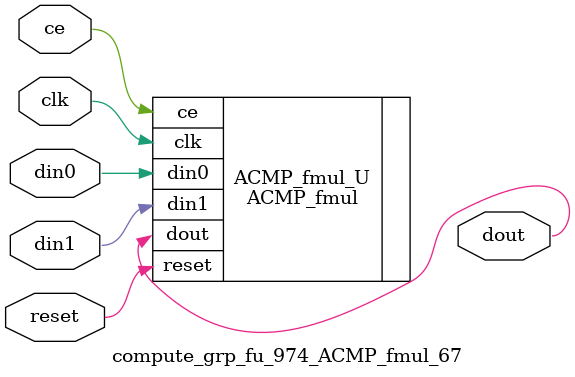
<source format=v>

`timescale 1 ns / 1 ps
module compute_grp_fu_974_ACMP_fmul_67(
    clk,
    reset,
    ce,
    din0,
    din1,
    dout);

parameter ID = 32'd1;
parameter NUM_STAGE = 32'd1;
parameter din0_WIDTH = 32'd1;
parameter din1_WIDTH = 32'd1;
parameter dout_WIDTH = 32'd1;
input clk;
input reset;
input ce;
input[din0_WIDTH - 1:0] din0;
input[din1_WIDTH - 1:0] din1;
output[dout_WIDTH - 1:0] dout;



ACMP_fmul #(
.ID( ID ),
.NUM_STAGE( 4 ),
.din0_WIDTH( din0_WIDTH ),
.din1_WIDTH( din1_WIDTH ),
.dout_WIDTH( dout_WIDTH ))
ACMP_fmul_U(
    .clk( clk ),
    .reset( reset ),
    .ce( ce ),
    .din0( din0 ),
    .din1( din1 ),
    .dout( dout ));

endmodule

</source>
